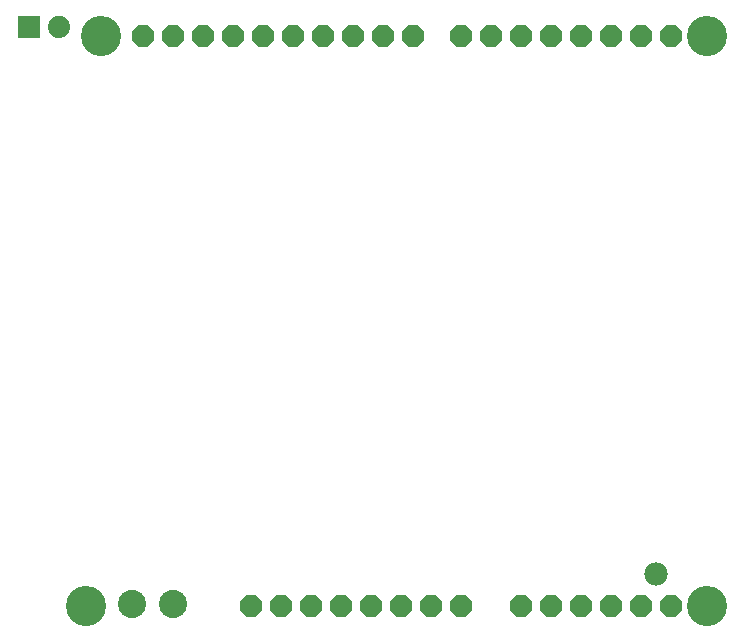
<source format=gbr>
G04 EAGLE Gerber RS-274X export*
G75*
%MOMM*%
%FSLAX34Y34*%
%LPD*%
%INSoldermask Bottom*%
%IPPOS*%
%AMOC8*
5,1,8,0,0,1.08239X$1,22.5*%
G01*
%ADD10C,3.403200*%
%ADD11P,2.034460X8X22.500000*%
%ADD12C,2.387600*%
%ADD13R,1.879600X1.879600*%
%ADD14C,1.879600*%
%ADD15C,1.981200*%


D10*
X152400Y508000D03*
X139700Y25400D03*
X665480Y508000D03*
X665480Y25400D03*
D11*
X533400Y508000D03*
X508000Y25400D03*
X558800Y508000D03*
X584200Y508000D03*
X609600Y508000D03*
X635000Y508000D03*
X508000Y508000D03*
X482600Y508000D03*
X457200Y508000D03*
X416560Y508000D03*
X391160Y508000D03*
X365760Y508000D03*
X340360Y508000D03*
X314960Y508000D03*
X289560Y508000D03*
X264160Y508000D03*
X238760Y508000D03*
X533400Y25400D03*
X558800Y25400D03*
X584200Y25400D03*
X609600Y25400D03*
X635000Y25400D03*
X457200Y25400D03*
X431800Y25400D03*
X406400Y25400D03*
X381000Y25400D03*
X355600Y25400D03*
X330200Y25400D03*
X213360Y508000D03*
X187960Y508000D03*
X304800Y25400D03*
X279400Y25400D03*
D12*
X213580Y26670D03*
X178580Y26670D03*
D13*
X91440Y515620D03*
D14*
X116840Y515620D03*
D15*
X622300Y52070D03*
M02*

</source>
